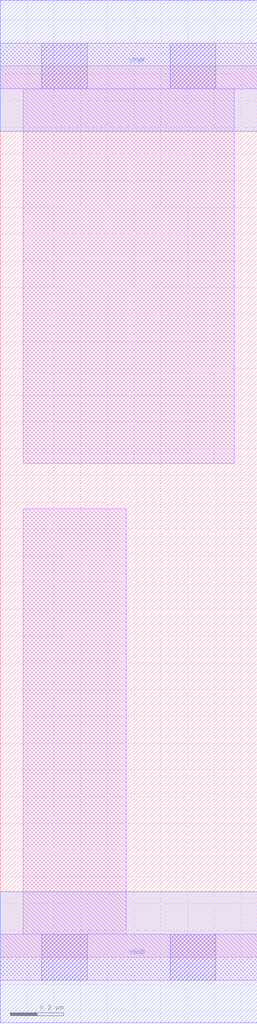
<source format=lef>
# Copyright 2020 The SkyWater PDK Authors
#
# Licensed under the Apache License, Version 2.0 (the "License");
# you may not use this file except in compliance with the License.
# You may obtain a copy of the License at
#
#     https://www.apache.org/licenses/LICENSE-2.0
#
# Unless required by applicable law or agreed to in writing, software
# distributed under the License is distributed on an "AS IS" BASIS,
# WITHOUT WARRANTIES OR CONDITIONS OF ANY KIND, either express or implied.
# See the License for the specific language governing permissions and
# limitations under the License.
#
# SPDX-License-Identifier: Apache-2.0

VERSION 5.5 ;
NAMESCASESENSITIVE ON ;
BUSBITCHARS "[]" ;
DIVIDERCHAR "/" ;
MACRO sky130_fd_sc_ls__decaphe_2
  CLASS CORE ;
  SOURCE USER ;
  ORIGIN  0.000000  0.000000 ;
  SIZE  0.960000 BY  3.330000 ;
  SYMMETRY X Y R90 ;
  SITE unit ;
  PIN VGND
    DIRECTION INOUT ;
    SHAPE ABUTMENT ;
    USE GROUND ;
    PORT
      LAYER met1 ;
        RECT 0.000000 -0.245000 0.960000 0.245000 ;
    END
  END VGND
  PIN VNB
    DIRECTION INOUT ;
    USE GROUND ;
    PORT
    END
  END VNB
  PIN VPB
    DIRECTION INOUT ;
    USE POWER ;
    PORT
    END
  END VPB
  PIN VPWR
    DIRECTION INOUT ;
    SHAPE ABUTMENT ;
    USE POWER ;
    PORT
      LAYER met1 ;
        RECT 0.000000 3.085000 0.960000 3.575000 ;
    END
  END VPWR
  OBS
    LAYER li1 ;
      RECT 0.000000 -0.085000 0.960000 0.085000 ;
      RECT 0.000000  3.245000 0.960000 3.415000 ;
      RECT 0.085000  0.085000 0.470000 1.675000 ;
      RECT 0.085000  1.845000 0.875000 3.245000 ;
    LAYER mcon ;
      RECT 0.155000 -0.085000 0.325000 0.085000 ;
      RECT 0.155000  3.245000 0.325000 3.415000 ;
      RECT 0.635000 -0.085000 0.805000 0.085000 ;
      RECT 0.635000  3.245000 0.805000 3.415000 ;
  END
END sky130_fd_sc_ls__decaphe_2
END LIBRARY

</source>
